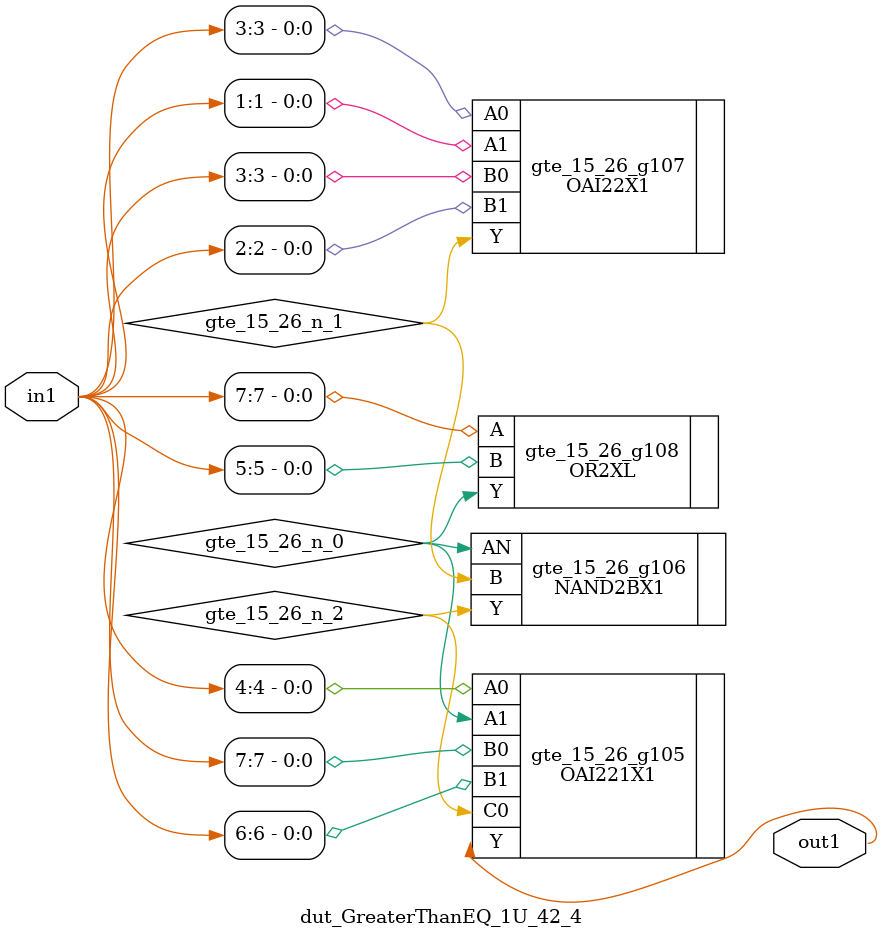
<source format=v>
`timescale 1ps / 1ps


module dut_GreaterThanEQ_1U_42_4(in1, out1);
  input [7:0] in1;
  output out1;
  wire [7:0] in1;
  wire out1;
  wire gte_15_26_n_0, gte_15_26_n_1, gte_15_26_n_2;
  OAI221X1 gte_15_26_g105(.A0 (in1[4]), .A1 (gte_15_26_n_0), .B0
       (in1[7]), .B1 (in1[6]), .C0 (gte_15_26_n_2), .Y (out1));
  NAND2BX1 gte_15_26_g106(.AN (gte_15_26_n_0), .B (gte_15_26_n_1), .Y
       (gte_15_26_n_2));
  OAI22X1 gte_15_26_g107(.A0 (in1[3]), .A1 (in1[1]), .B0 (in1[3]), .B1
       (in1[2]), .Y (gte_15_26_n_1));
  OR2XL gte_15_26_g108(.A (in1[7]), .B (in1[5]), .Y (gte_15_26_n_0));
endmodule



</source>
